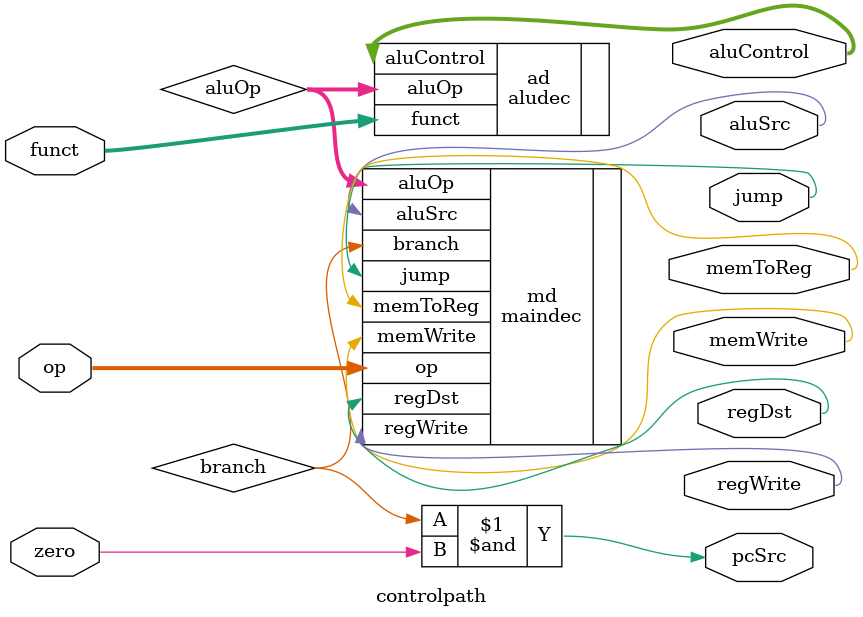
<source format=v>
module controlpath (
    op,
    funct,
    zero,
    memToReg,
    memWrite,
    pcSrc,
    aluSrc,
    regDst,
    regWrite,
    jump,
    aluControl
);
  input [5:0] op, funct;
  input zero;
  output memToReg, memWrite, pcSrc, aluSrc, regDst, regWrite, jump;
  output [2:0] aluControl;

  wire [1:0] aluOp;
  wire branch;

  maindec md (
      .op(op),
      .memToReg(memToReg),
      .memWrite(memWrite),
      .branch(branch),
      .aluSrc(aluSrc),
      .regDst(regDst),
      .regWrite(regWrite),
      .jump(jump),
      .aluOp(aluOp)
  );
  aludec ad (
      .funct(funct),
      .aluOp(aluOp),
      .aluControl(aluControl)
  );
  assign pcSrc = branch & zero;
endmodule

</source>
